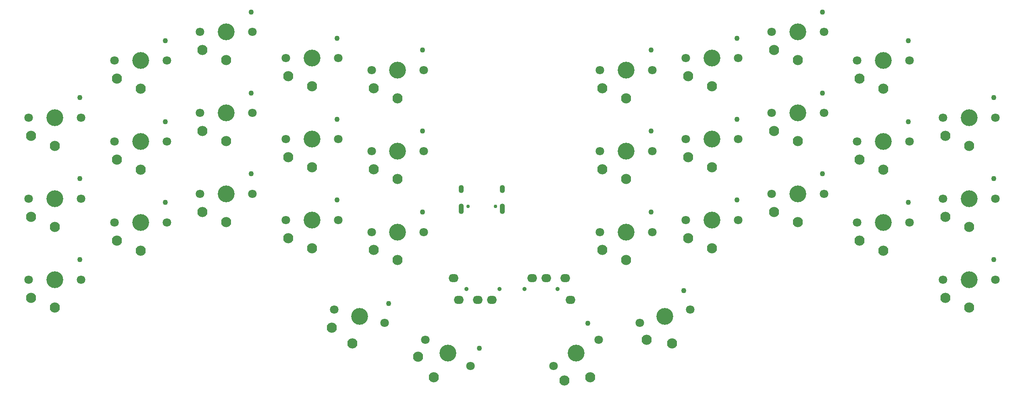
<source format=gbr>
%TF.GenerationSoftware,KiCad,Pcbnew,5.1.6*%
%TF.CreationDate,2020-08-13T12:20:14+01:00*%
%TF.ProjectId,ferris,66657272-6973-42e6-9b69-6361645f7063,rev?*%
%TF.SameCoordinates,Original*%
%TF.FileFunction,Soldermask,Bot*%
%TF.FilePolarity,Negative*%
%FSLAX46Y46*%
G04 Gerber Fmt 4.6, Leading zero omitted, Abs format (unit mm)*
G04 Created by KiCad (PCBNEW 5.1.6) date 2020-08-13 12:20:14*
%MOMM*%
%LPD*%
G01*
G04 APERTURE LIST*
%ADD10C,1.801800*%
%ADD11C,1.090600*%
%ADD12C,2.132000*%
%ADD13C,3.529000*%
%ADD14O,1.100000X2.200000*%
%ADD15C,0.750000*%
%ADD16O,1.100000X1.700000*%
%ADD17O,2.100000X1.700000*%
%ADD18C,0.900000*%
G04 APERTURE END LIST*
D10*
%TO.C,K2_6*%
X154500000Y-61500000D03*
X165500000Y-61500000D03*
D11*
X165220000Y-57300000D03*
D12*
X160000000Y-67400000D03*
X155000000Y-65300000D03*
D13*
X160000000Y-61500000D03*
%TD*%
D10*
%TO.C,K2_1*%
X34500000Y-62000000D03*
X45500000Y-62000000D03*
D11*
X45220000Y-57800000D03*
D12*
X40000000Y-67900000D03*
X35000000Y-65800000D03*
D13*
X40000000Y-62000000D03*
%TD*%
D10*
%TO.C,K2_0*%
X16500000Y-74000000D03*
X27500000Y-74000000D03*
D11*
X27220000Y-69800000D03*
D12*
X22000000Y-79900000D03*
X17000000Y-77800000D03*
D13*
X22000000Y-74000000D03*
%TD*%
D10*
%TO.C,K0_5*%
X136500000Y-30000000D03*
X147500000Y-30000000D03*
D11*
X147220000Y-25800000D03*
D12*
X142000000Y-35900000D03*
X137000000Y-33800000D03*
D13*
X142000000Y-30000000D03*
%TD*%
D10*
%TO.C,K3_6*%
X144817408Y-83123505D03*
X155442592Y-80276495D03*
D11*
X154085093Y-76292076D03*
D12*
X151657032Y-87398962D03*
X146283883Y-86664613D03*
D13*
X150130000Y-81700000D03*
%TD*%
D10*
%TO.C,K1_6*%
X154500000Y-44500000D03*
X165500000Y-44500000D03*
D11*
X165220000Y-40300000D03*
D12*
X160000000Y-50400000D03*
X155000000Y-48300000D03*
D13*
X160000000Y-44500000D03*
%TD*%
D10*
%TO.C,K2_5*%
X136500000Y-64000000D03*
X147500000Y-64000000D03*
D11*
X147220000Y-59800000D03*
D12*
X142000000Y-69900000D03*
X137000000Y-67800000D03*
D13*
X142000000Y-64000000D03*
%TD*%
D10*
%TO.C,K*%
X172500000Y-56000000D03*
X183500000Y-56000000D03*
D11*
X183220000Y-51800000D03*
D12*
X178000000Y-61900000D03*
X173000000Y-59800000D03*
D13*
X178000000Y-56000000D03*
%TD*%
D10*
%TO.C,K1_9*%
X208500000Y-57000000D03*
X219500000Y-57000000D03*
D11*
X219220000Y-52800000D03*
D12*
X214000000Y-62900000D03*
X209000000Y-60800000D03*
D13*
X214000000Y-57000000D03*
%TD*%
D10*
%TO.C,K3_5*%
X126706860Y-92160000D03*
X136233140Y-86660000D03*
D11*
X133890653Y-83162693D03*
D12*
X134420000Y-94519550D03*
X129039873Y-95200897D03*
D13*
X131470000Y-89410000D03*
%TD*%
D10*
%TO.C,K1_8*%
X190500000Y-45000000D03*
X201500000Y-45000000D03*
D11*
X201220000Y-40800000D03*
D12*
X196000000Y-50900000D03*
X191000000Y-48800000D03*
D13*
X196000000Y-45000000D03*
%TD*%
D10*
%TO.C,K1_5*%
X136500000Y-47000000D03*
X147500000Y-47000000D03*
D11*
X147220000Y-42800000D03*
D12*
X142000000Y-52900000D03*
X137000000Y-50800000D03*
D13*
X142000000Y-47000000D03*
%TD*%
D10*
%TO.C,K0_9*%
X208500000Y-40000000D03*
X219500000Y-40000000D03*
D11*
X219220000Y-35800000D03*
D12*
X214000000Y-45900000D03*
X209000000Y-43800000D03*
D13*
X214000000Y-40000000D03*
%TD*%
D10*
%TO.C,K0_6*%
X154500000Y-27500000D03*
X165500000Y-27500000D03*
D11*
X165220000Y-23300000D03*
D12*
X160000000Y-33400000D03*
X155000000Y-31300000D03*
D13*
X160000000Y-27500000D03*
%TD*%
D10*
%TO.C,K2_8*%
X190500000Y-62000000D03*
X201500000Y-62000000D03*
D11*
X201220000Y-57800000D03*
D12*
X196000000Y-67900000D03*
X191000000Y-65800000D03*
D13*
X196000000Y-62000000D03*
%TD*%
D10*
%TO.C,K1_7*%
X172500000Y-39000000D03*
X183500000Y-39000000D03*
D11*
X183220000Y-34800000D03*
D12*
X178000000Y-44900000D03*
X173000000Y-42800000D03*
D13*
X178000000Y-39000000D03*
%TD*%
D10*
%TO.C,K0_7*%
X172500000Y-22000000D03*
X183500000Y-22000000D03*
D11*
X183220000Y-17800000D03*
D12*
X178000000Y-27900000D03*
X173000000Y-25800000D03*
D13*
X178000000Y-22000000D03*
%TD*%
D10*
%TO.C,K0_8*%
X190500000Y-28000000D03*
X201500000Y-28000000D03*
D11*
X201220000Y-23800000D03*
D12*
X196000000Y-33900000D03*
X191000000Y-31800000D03*
D13*
X196000000Y-28000000D03*
%TD*%
D10*
%TO.C,K2_9*%
X208500000Y-74000000D03*
X219500000Y-74000000D03*
D11*
X219220000Y-69800000D03*
D12*
X214000000Y-79900000D03*
X209000000Y-77800000D03*
D13*
X214000000Y-74000000D03*
%TD*%
D10*
%TO.C,K3_3*%
X80657408Y-80276495D03*
X91282592Y-83123505D03*
D11*
X92099173Y-78994147D03*
D12*
X84442968Y-87398962D03*
X80156858Y-84076423D03*
D13*
X85970000Y-81700000D03*
%TD*%
D10*
%TO.C,K3_4*%
X99766860Y-86660000D03*
X109293140Y-92160000D03*
D11*
X111150653Y-88382693D03*
D12*
X101580000Y-94519550D03*
X98299873Y-90200897D03*
D13*
X104530000Y-89410000D03*
%TD*%
D10*
%TO.C,K2_4*%
X88500000Y-64000000D03*
X99500000Y-64000000D03*
D11*
X99220000Y-59800000D03*
D12*
X94000000Y-69900000D03*
X89000000Y-67800000D03*
D13*
X94000000Y-64000000D03*
%TD*%
D10*
%TO.C,K2_3*%
X70500000Y-61500000D03*
X81500000Y-61500000D03*
D11*
X81220000Y-57300000D03*
D12*
X76000000Y-67400000D03*
X71000000Y-65300000D03*
D13*
X76000000Y-61500000D03*
%TD*%
D10*
%TO.C,K2_2*%
X52500000Y-56000000D03*
X63500000Y-56000000D03*
D11*
X63220000Y-51800000D03*
D12*
X58000000Y-61900000D03*
X53000000Y-59800000D03*
D13*
X58000000Y-56000000D03*
%TD*%
D10*
%TO.C,K1_3*%
X70500000Y-44500000D03*
X81500000Y-44500000D03*
D11*
X81220000Y-40300000D03*
D12*
X76000000Y-50400000D03*
X71000000Y-48300000D03*
D13*
X76000000Y-44500000D03*
%TD*%
D10*
%TO.C,K1_2*%
X52500000Y-39000000D03*
X63500000Y-39000000D03*
D11*
X63220000Y-34800000D03*
D12*
X58000000Y-44900000D03*
X53000000Y-42800000D03*
D13*
X58000000Y-39000000D03*
%TD*%
D10*
%TO.C,K1_0*%
X16500000Y-57000000D03*
X27500000Y-57000000D03*
D11*
X27220000Y-52800000D03*
D12*
X22000000Y-62900000D03*
X17000000Y-60800000D03*
D13*
X22000000Y-57000000D03*
%TD*%
D10*
%TO.C,K1_1*%
X34500000Y-45000000D03*
X45500000Y-45000000D03*
D11*
X45220000Y-40800000D03*
D12*
X40000000Y-50900000D03*
X35000000Y-48800000D03*
D13*
X40000000Y-45000000D03*
%TD*%
D10*
%TO.C,K1_4*%
X88500000Y-47000000D03*
X99500000Y-47000000D03*
D11*
X99220000Y-42800000D03*
D12*
X94000000Y-52900000D03*
X89000000Y-50800000D03*
D13*
X94000000Y-47000000D03*
%TD*%
D10*
%TO.C,K0_3*%
X70500000Y-27500000D03*
X81500000Y-27500000D03*
D11*
X81220000Y-23300000D03*
D12*
X76000000Y-33400000D03*
X71000000Y-31300000D03*
D13*
X76000000Y-27500000D03*
%TD*%
D10*
%TO.C,K0_0*%
X16500000Y-40000000D03*
X27500000Y-40000000D03*
D11*
X27220000Y-35800000D03*
D12*
X22000000Y-45900000D03*
X17000000Y-43800000D03*
D13*
X22000000Y-40000000D03*
%TD*%
D10*
%TO.C,K0_1*%
X34500000Y-28000000D03*
X45500000Y-28000000D03*
D11*
X45220000Y-23800000D03*
D12*
X40000000Y-33900000D03*
X35000000Y-31800000D03*
D13*
X40000000Y-28000000D03*
%TD*%
D10*
%TO.C,K0_4*%
X88500000Y-30000000D03*
X99500000Y-30000000D03*
D11*
X99220000Y-25800000D03*
D12*
X94000000Y-35900000D03*
X89000000Y-33800000D03*
D13*
X94000000Y-30000000D03*
%TD*%
D10*
%TO.C,K0_2*%
X52500000Y-22000000D03*
X63500000Y-22000000D03*
D11*
X63220000Y-17800000D03*
D12*
X58000000Y-27900000D03*
X53000000Y-25800000D03*
D13*
X58000000Y-22000000D03*
%TD*%
D14*
%TO.C,J1*%
X107320000Y-59140000D03*
X115960000Y-59140000D03*
D15*
X114530000Y-58610000D03*
D16*
X115960000Y-54960000D03*
D15*
X108750000Y-58610000D03*
D16*
X107320000Y-54960000D03*
%TD*%
D17*
%TO.C,Jack1*%
X125200000Y-73700000D03*
D18*
X120600000Y-76000000D03*
X127600000Y-76000000D03*
D17*
X122200000Y-73700000D03*
X129200000Y-73700000D03*
X130300000Y-78300000D03*
%TD*%
%TO.C,Jack0*%
X110800000Y-78300000D03*
D18*
X115400000Y-76000000D03*
X108400000Y-76000000D03*
D17*
X113800000Y-78300000D03*
X106800000Y-78300000D03*
X105700000Y-73700000D03*
%TD*%
M02*

</source>
